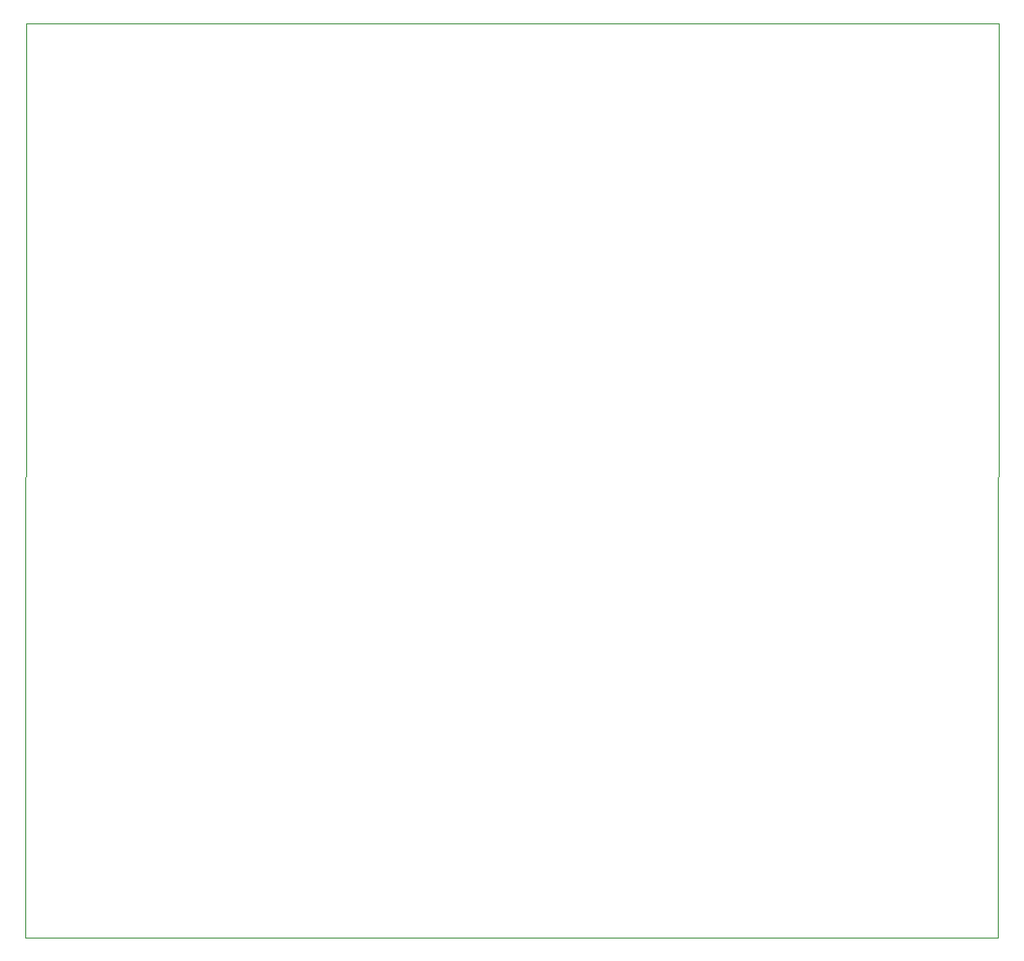
<source format=gbr>
%TF.GenerationSoftware,KiCad,Pcbnew,6.0.8-f2edbf62ab~116~ubuntu22.04.1*%
%TF.CreationDate,2022-11-23T03:00:06-05:00*%
%TF.ProjectId,MJBOTS-CubeSat,4d4a424f-5453-42d4-9375-62655361742e,rev?*%
%TF.SameCoordinates,Original*%
%TF.FileFunction,Profile,NP*%
%FSLAX46Y46*%
G04 Gerber Fmt 4.6, Leading zero omitted, Abs format (unit mm)*
G04 Created by KiCad (PCBNEW 6.0.8-f2edbf62ab~116~ubuntu22.04.1) date 2022-11-23 03:00:06*
%MOMM*%
%LPD*%
G01*
G04 APERTURE LIST*
%TA.AperFunction,Profile*%
%ADD10C,0.100000*%
%TD*%
G04 APERTURE END LIST*
D10*
X182900000Y-127700000D02*
X94900000Y-127700000D01*
X95000000Y-45000000D02*
X94900000Y-127700000D01*
X183000000Y-45000000D02*
X95000000Y-45000000D01*
X182900000Y-127700000D02*
X183000000Y-45000000D01*
M02*

</source>
